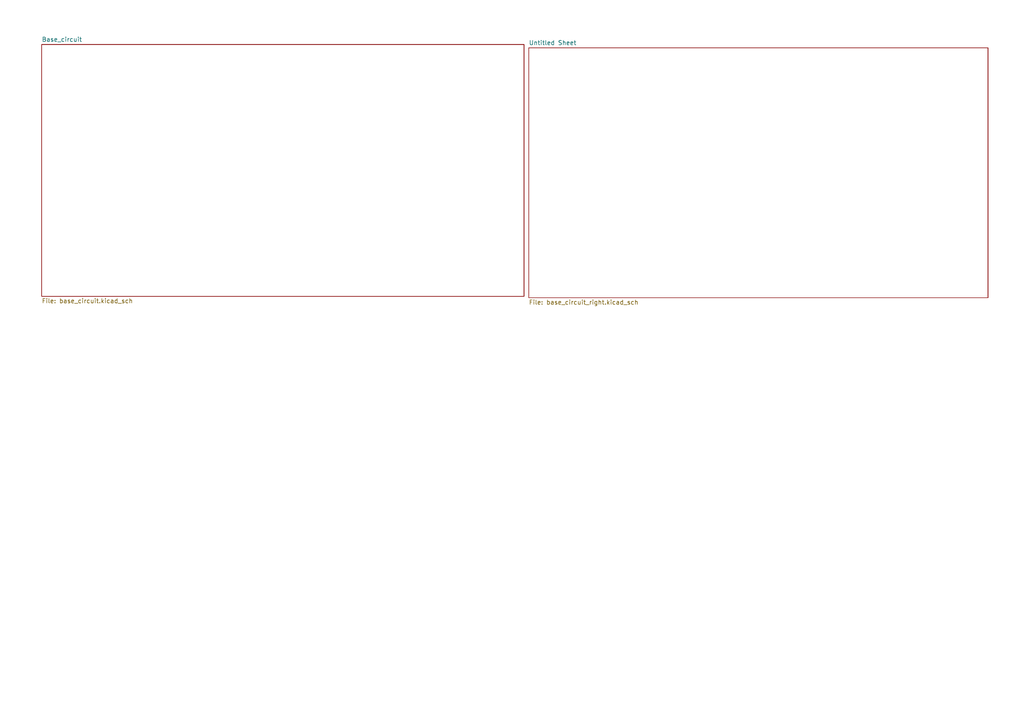
<source format=kicad_sch>
(kicad_sch (version 20211123) (generator eeschema)
  (paper "A4")
  (lib_symbols)
  (sheet (at 153.3652 13.8684) (size 133.1976 72.4916) (stroke (width 0.1524))
    (property "Sheet name" "Untitled Sheet" (at 153.3652 13.1568 0) (effects (justify left bottom)))
    (property "Sheet file" "base_circuit_right.kicad_sch" (at 153.3652 86.9446 0) (effects (justify left top)))
  )
  (sheet (at 12.0904 12.9032) (size 139.9032 73.0504) (stroke (width 0.1524))
    (property "Sheet name" "Base_circuit" (at 12.0904 12.1916 0) (effects (justify left bottom)))
    (property "Sheet file" "base_circuit.kicad_sch" (at 12.0904 86.5382 0) (effects (justify left top)))
  )
)
</source>
